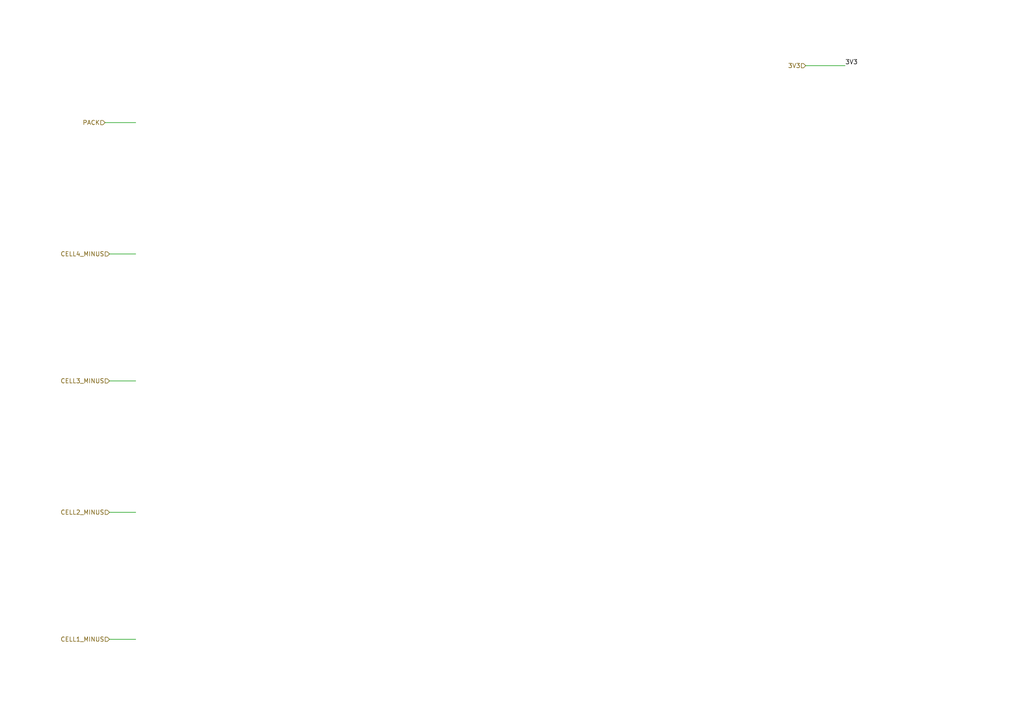
<source format=kicad_sch>
(kicad_sch
	(version 20231120)
	(generator "eeschema")
	(generator_version "8.0")
	(uuid "a6a23387-4acc-471d-9b77-41d212efcb1c")
	(paper "A4")
	(lib_symbols)
	(wire
		(pts
			(xy 30.48 35.56) (xy 39.37 35.56)
		)
		(stroke
			(width 0)
			(type default)
		)
		(uuid "56824be9-dcdf-454e-9b5f-4ff11d967aae")
	)
	(wire
		(pts
			(xy 31.75 185.42) (xy 39.37 185.42)
		)
		(stroke
			(width 0)
			(type default)
		)
		(uuid "576fe641-691a-4e4e-8b23-ae3ed65a63ad")
	)
	(wire
		(pts
			(xy 31.75 110.49) (xy 39.37 110.49)
		)
		(stroke
			(width 0)
			(type default)
		)
		(uuid "749f262b-85b8-48b2-9149-dd3019ca933c")
	)
	(wire
		(pts
			(xy 31.75 148.59) (xy 39.37 148.59)
		)
		(stroke
			(width 0)
			(type default)
		)
		(uuid "8043ec07-84d6-4c4c-b812-0808cfa45384")
	)
	(wire
		(pts
			(xy 31.75 73.66) (xy 39.37 73.66)
		)
		(stroke
			(width 0)
			(type default)
		)
		(uuid "a39646a9-0ce0-44de-aefd-f08246f5634e")
	)
	(wire
		(pts
			(xy 233.68 19.05) (xy 245.11 19.05)
		)
		(stroke
			(width 0)
			(type default)
		)
		(uuid "d45725a4-5933-4aa5-bf94-1aa31041e1af")
	)
	(label "3V3"
		(at 245.11 19.05 0)
		(fields_autoplaced yes)
		(effects
			(font
				(size 1.27 1.27)
			)
			(justify left bottom)
		)
		(uuid "75903114-7de0-44f9-b995-1d27609686e6")
	)
	(hierarchical_label "CELL3_MINUS"
		(shape input)
		(at 31.75 110.49 180)
		(fields_autoplaced yes)
		(effects
			(font
				(size 1.27 1.27)
			)
			(justify right)
		)
		(uuid "0964a332-edec-41f0-b432-9423718e0609")
	)
	(hierarchical_label "3V3"
		(shape input)
		(at 233.68 19.05 180)
		(fields_autoplaced yes)
		(effects
			(font
				(size 1.27 1.27)
			)
			(justify right)
		)
		(uuid "29cecbef-311b-4011-ad89-6f72473c6e8c")
	)
	(hierarchical_label "CELL4_MINUS"
		(shape input)
		(at 31.75 73.66 180)
		(fields_autoplaced yes)
		(effects
			(font
				(size 1.27 1.27)
			)
			(justify right)
		)
		(uuid "6e2967cb-5ef6-4b1d-a733-2acd477cf4e0")
	)
	(hierarchical_label "CELL1_MINUS"
		(shape input)
		(at 31.75 185.42 180)
		(fields_autoplaced yes)
		(effects
			(font
				(size 1.27 1.27)
			)
			(justify right)
		)
		(uuid "8936330e-2b1f-40ad-83c1-5474312dff8f")
	)
	(hierarchical_label "CELL2_MINUS"
		(shape input)
		(at 31.75 148.59 180)
		(fields_autoplaced yes)
		(effects
			(font
				(size 1.27 1.27)
			)
			(justify right)
		)
		(uuid "947ba3a5-0491-47a9-ac30-38ec8e960ee8")
	)
	(hierarchical_label "PACK"
		(shape input)
		(at 30.48 35.56 180)
		(fields_autoplaced yes)
		(effects
			(font
				(size 1.27 1.27)
			)
			(justify right)
		)
		(uuid "a88a5552-b4bc-472d-90bb-05f9517c873d")
	)
)

</source>
